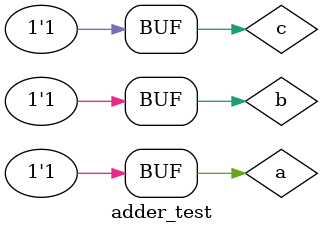
<source format=v>
`timescale 1ns / 1ps


module adder_test;

	// Inputs
	reg a;
	reg b;
	reg c;
	//reg F;
	//reg CPLUS;
	
	// Outputs
	//wire f;
	//wire cplus;
	wire f;
	wire cplus;
	
	// Instantiate the Unit Under Test (UUT)
	adder_module uut (
		.a(a), 
		.b(b), 
		.c(c), 
		.f(f), 
		.cplus(cplus)
	);
	
	initial begin
		// Initialize Inputs
		a = 0;
		b = 0;
		c = 0;
	
		// Wait 100 ns for global reset to finish
		#100; a = 1 ; b = 0 ; c = 0 ;
		#100; a = 0 ; b = 1 ; c = 0 ;
		#100; a = 0 ; b = 0 ; c = 1 ;
		#100; a = 1 ; b = 1 ; c = 0 ;
		#100; a = 1 ; b = 0 ; c = 1 ;
		#100; a = 0 ; b = 1 ; c = 1 ;
		#100; a = 1 ; b = 1 ; c = 1 ;        

		// Add stimulus here
	
	end

endmodule


</source>
